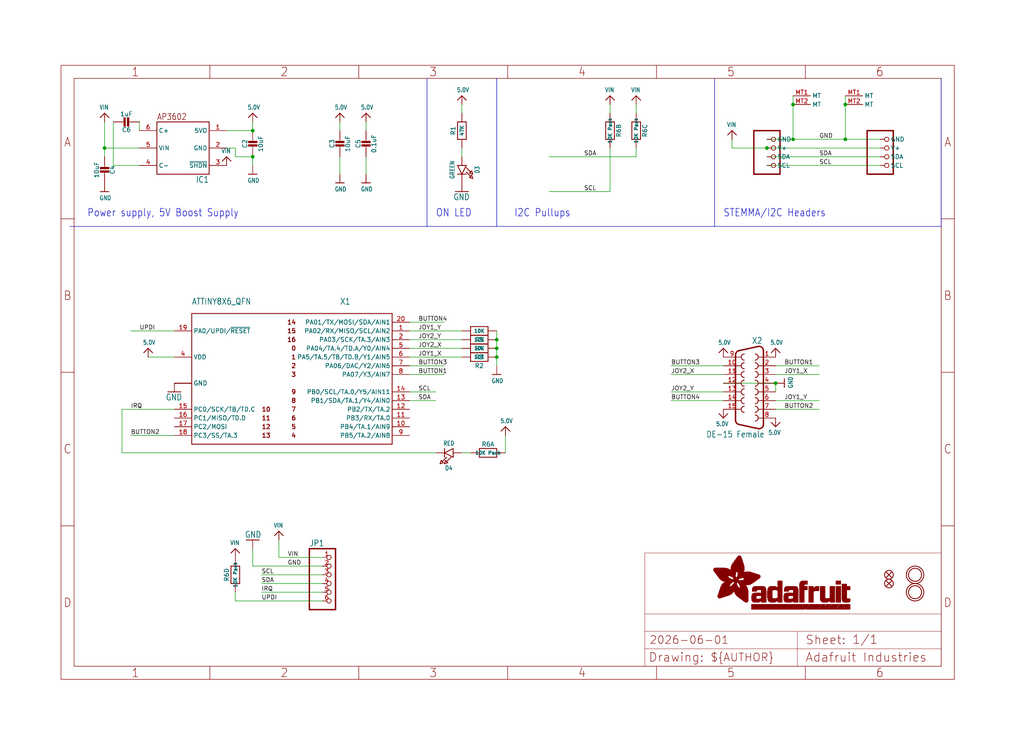
<source format=kicad_sch>
(kicad_sch (version 20230121) (generator eeschema)
  (paper "User" 298.45 217.322)
  (lib_symbols
    (symbol "working-eagle-import:5.0V" (power)
      (property "Value" "5.0V" (at -1.524 1.016 0))
      (symbol "5.0V_1_0"
        (pin power_in line (at 0 -2.54 90) (length 2.54) (name "5.0V") (number "1"))
      )
    )
    (symbol "working-eagle-import:AP3602"
      (property "Reference" "IC" (at -7.62 -10.16 0))
      (symbol "AP3602_1_0"
        (text "AP3602" (at 7.62 10.16 0) (effects (font (size 1.778 1.5113)) (justify right top)))
        (pin power_in line (at -12.7 5.08 0) (length 5.08) (name "5VO") (number "1"))
        (pin power_in line (at -12.7 0 0) (length 5.08) (name "GND") (number "2"))
        (pin input line (at -12.7 -5.08 0) (length 5.08) (name "~{SHDN}") (number "3"))
        (pin bidirectional line (at 12.7 -5.08 180) (length 5.08) (name "C-") (number "4"))
        (pin power_in line (at 12.7 0 180) (length 5.08) (name "VIN") (number "5"))
        (pin bidirectional line (at 12.7 5.08 180) (length 5.08) (name "C+") (number "6"))
      )
    )
    (symbol "working-eagle-import:ATTINY8X6_QFN"
      (property "Reference" "X" (at 12.7 25.4 0))
      (symbol "ATTINY8X6_QFN_1_0"
        (text "0" (at 0 12.7 0) (effects (font (size 1.27 1.27) (thickness 0.254) bold) (justify right)))
        (text "1" (at 0 10.16 0) (effects (font (size 1.27 1.27) (thickness 0.254) bold) (justify right)))
        (text "10" (at -10.16 -5.08 0) (effects (font (size 1.27 1.27) (thickness 0.254) bold) (justify left)))
        (text "11" (at -10.16 -7.62 0) (effects (font (size 1.27 1.27) (thickness 0.254) bold) (justify left)))
        (text "12" (at -10.16 -10.16 0) (effects (font (size 1.27 1.27) (thickness 0.254) bold) (justify left)))
        (text "13" (at -10.16 -12.7 0) (effects (font (size 1.27 1.27) (thickness 0.254) bold) (justify left)))
        (text "14" (at 0 20.32 0) (effects (font (size 1.27 1.27) (thickness 0.254) bold) (justify right)))
        (text "15" (at 0 17.78 0) (effects (font (size 1.27 1.27) (thickness 0.254) bold) (justify right)))
        (text "16" (at 0 15.24 0) (effects (font (size 1.27 1.27) (thickness 0.254) bold) (justify right)))
        (text "2" (at 0 7.62 0) (effects (font (size 1.27 1.27) (thickness 0.254) bold) (justify right)))
        (text "3" (at 0 5.08 0) (effects (font (size 1.27 1.27) (thickness 0.254) bold) (justify right)))
        (text "4" (at 0 -12.7 0) (effects (font (size 1.27 1.27) (thickness 0.254) bold) (justify right)))
        (text "5" (at 0 -10.16 0) (effects (font (size 1.27 1.27) (thickness 0.254) bold) (justify right)))
        (text "6" (at 0 -7.62 0) (effects (font (size 1.27 1.27) (thickness 0.254) bold) (justify right)))
        (text "7" (at 0 -5.08 0) (effects (font (size 1.27 1.27) (thickness 0.254) bold) (justify right)))
        (text "8" (at 0 -2.54 0) (effects (font (size 1.27 1.27) (thickness 0.254) bold) (justify right)))
        (text "9" (at 0 0 0) (effects (font (size 1.27 1.27) (thickness 0.254) bold) (justify right)))
        (pin bidirectional line (at 33.02 17.78 180) (length 5.08) (name "PA02/RX/MISO/SCL/AIN2") (number "1"))
        (pin bidirectional line (at 33.02 -10.16 180) (length 5.08) (name "PB4/TA.1/AIN9") (number "10"))
        (pin bidirectional line (at 33.02 -7.62 180) (length 5.08) (name "PB3/RX/TA.0") (number "11"))
        (pin bidirectional line (at 33.02 -5.08 180) (length 5.08) (name "PB2/TX/TA.2") (number "12"))
        (pin bidirectional line (at 33.02 -2.54 180) (length 5.08) (name "PB1/SDA/TA.1/Y4/AIN0") (number "13"))
        (pin bidirectional line (at 33.02 0 180) (length 5.08) (name "PB0/SCL/TA.0/Y5/AIN11") (number "14"))
        (pin bidirectional line (at -35.56 -5.08 0) (length 5.08) (name "PC0/SCK/TB/TD.C") (number "15"))
        (pin bidirectional line (at -35.56 -7.62 0) (length 5.08) (name "PC1/MISO/TD.D") (number "16"))
        (pin bidirectional line (at -35.56 -10.16 0) (length 5.08) (name "PC2/MOSI") (number "17"))
        (pin bidirectional line (at -35.56 -12.7 0) (length 5.08) (name "PC3/SS/TA.3") (number "18"))
        (pin bidirectional line (at -35.56 17.78 0) (length 5.08) (name "PA0/UPDI/~{RESET}") (number "19"))
        (pin bidirectional line (at 33.02 15.24 180) (length 5.08) (name "PA03/SCK/TA.3/AIN3") (number "2"))
        (pin bidirectional line (at 33.02 20.32 180) (length 5.08) (name "PA01/TX/MOSI/SDA/AIN1") (number "20"))
        (pin power_in line (at -35.56 2.54 0) (length 5.08) (name "GND") (number "3"))
        (pin power_in line (at -35.56 10.16 0) (length 5.08) (name "VDD") (number "4"))
        (pin bidirectional line (at 33.02 12.7 180) (length 5.08) (name "PA04/TA.4/TD.A/Y0/AIN4") (number "5"))
        (pin bidirectional line (at 33.02 10.16 180) (length 5.08) (name "PA5/TA.5/TB/TD.B/Y1/AIN5") (number "6"))
        (pin bidirectional line (at 33.02 7.62 180) (length 5.08) (name "PA06/DAC/Y2/AIN6") (number "7"))
        (pin bidirectional line (at 33.02 5.08 180) (length 5.08) (name "PA07/Y3/AIN7") (number "8"))
        (pin bidirectional line (at 33.02 -12.7 180) (length 5.08) (name "PB5/TA.2/AIN8") (number "9"))
        (pin power_in line (at -35.56 2.54 0) (length 5.08) (name "GND") (number "PAD"))
      )
    )
    (symbol "working-eagle-import:CAP_CERAMIC0603_NO"
      (property "Reference" "C" (at -2.29 1.25 90))
      (symbol "CAP_CERAMIC0603_NO_1_0"
        (pin passive line (at 0 5.08 270) (length 2.54) (name "1") (number "1"))
        (pin passive line (at 0 -2.54 90) (length 2.54) (name "2") (number "2"))
      )
    )
    (symbol "working-eagle-import:CAP_CERAMIC0805-NOOUTLINE"
      (property "Reference" "C" (at -2.29 1.25 90))
      (symbol "CAP_CERAMIC0805-NOOUTLINE_1_0"
        (pin passive line (at 0 5.08 270) (length 2.54) (name "1") (number "1"))
        (pin passive line (at 0 -2.54 90) (length 2.54) (name "2") (number "2"))
      )
    )
    (symbol "working-eagle-import:F15H"
      (property "Reference" "X" (at -3.81 11.43 0))
      (symbol "F15H_1_0"
        (pin passive line (at -7.62 7.62 0) (length 5.08) (name "1") (number "1"))
        (pin passive line (at 7.62 5.08 180) (length 5.08) (name "10") (number "10"))
        (pin passive line (at 7.62 2.54 180) (length 5.08) (name "11") (number "11"))
        (pin passive line (at 7.62 0 180) (length 5.08) (name "12") (number "12"))
        (pin passive line (at 7.62 -2.54 180) (length 5.08) (name "13") (number "13"))
        (pin passive line (at 7.62 -5.08 180) (length 5.08) (name "14") (number "14"))
        (pin passive line (at 7.62 -7.62 180) (length 5.08) (name "15") (number "15"))
        (pin passive line (at -7.62 5.08 0) (length 5.08) (name "2") (number "2"))
        (pin passive line (at -7.62 2.54 0) (length 5.08) (name "3") (number "3"))
        (pin passive line (at -7.62 0 0) (length 5.08) (name "4") (number "4"))
        (pin passive line (at -7.62 -2.54 0) (length 5.08) (name "5") (number "5"))
        (pin passive line (at -7.62 -5.08 0) (length 5.08) (name "6") (number "6"))
        (pin passive line (at -7.62 -7.62 0) (length 5.08) (name "7") (number "7"))
        (pin passive line (at -7.62 -10.16 0) (length 5.08) (name "8") (number "8"))
        (pin passive line (at 7.62 7.62 180) (length 5.08) (name "9") (number "9"))
      )
    )
    (symbol "working-eagle-import:FIDUCIAL_1MM")
    (symbol "working-eagle-import:FRAME_A4_ADAFRUIT"
      (symbol "FRAME_A4_ADAFRUIT_1_0"
        (text "${#}/${##}" (at 230.505 10.16 0) (effects (font (size 2.54 2.54)) (justify left bottom)))
        (text "${AUTHOR}" (at 189.23 5.08 0) (effects (font (size 2.286 2.286)) (justify left bottom)))
        (text "${CURRENT_DATE}" (at 171.45 10.16 0) (effects (font (size 2.286 2.286)) (justify left bottom)))
        (text "${PROJECTNAME}" (at 171.45 15.24 0) (effects (font (size 2.54 2.54)) (justify left bottom)))
        (text "1" (at 21.6958 1.905 0) (effects (font (size 2.54 2.286))))
        (text "1" (at 21.6958 177.165 0) (effects (font (size 2.54 2.286))))
        (text "2" (at 65.0875 1.905 0) (effects (font (size 2.54 2.286))))
        (text "2" (at 65.0875 177.165 0) (effects (font (size 2.54 2.286))))
        (text "3" (at 108.4792 1.905 0) (effects (font (size 2.54 2.286))))
        (text "3" (at 108.4792 177.165 0) (effects (font (size 2.54 2.286))))
        (text "4" (at 151.8708 1.905 0) (effects (font (size 2.54 2.286))))
        (text "4" (at 151.8708 177.165 0) (effects (font (size 2.54 2.286))))
        (text "5" (at 195.2625 1.905 0) (effects (font (size 2.54 2.286))))
        (text "5" (at 195.2625 177.165 0) (effects (font (size 2.54 2.286))))
        (text "6" (at 238.6542 1.905 0) (effects (font (size 2.54 2.286))))
        (text "6" (at 238.6542 177.165 0) (effects (font (size 2.54 2.286))))
        (text "A" (at 1.905 156.6863 0) (effects (font (size 2.54 2.286))))
        (text "A" (at 258.445 156.6863 0) (effects (font (size 2.54 2.286))))
        (text "Adafruit Industries" (at 216.916 4.953 0) (effects (font (size 2.54 2.54)) (justify left bottom)))
        (text "B" (at 1.905 111.9188 0) (effects (font (size 2.54 2.286))))
        (text "B" (at 258.445 111.9188 0) (effects (font (size 2.54 2.286))))
        (text "C" (at 1.905 67.1513 0) (effects (font (size 2.54 2.286))))
        (text "C" (at 258.445 67.1513 0) (effects (font (size 2.54 2.286))))
        (text "D" (at 1.905 22.3838 0) (effects (font (size 2.54 2.286))))
        (text "D" (at 258.445 22.3838 0) (effects (font (size 2.54 2.286))))
        (text "Drawing:" (at 171.196 4.953 0) (effects (font (size 2.54 2.54)) (justify left bottom)))
        (text "Sheet:" (at 216.916 10.033 0) (effects (font (size 2.54 2.54)) (justify left bottom)))
      )
    )
    (symbol "working-eagle-import:GND" (power)
      (property "Value" "GND" (at -1.524 -2.54 0))
      (symbol "GND_1_0"
        (pin power_in line (at 0 2.54 270) (length 2.54) (name "GND") (number "1"))
      )
    )
    (symbol "working-eagle-import:HEADER-1X670MIL"
      (property "Reference" "JP" (at -6.35 10.795 0))
      (symbol "HEADER-1X670MIL_1_0"
        (pin passive inverted (at -2.54 7.62 0) (length 2.54) (name "1") (number "1"))
        (pin passive inverted (at -2.54 5.08 0) (length 2.54) (name "2") (number "2"))
        (pin passive inverted (at -2.54 2.54 0) (length 2.54) (name "3") (number "3"))
        (pin passive inverted (at -2.54 0 0) (length 2.54) (name "4") (number "4"))
        (pin passive inverted (at -2.54 -2.54 0) (length 2.54) (name "5") (number "5"))
        (pin passive inverted (at -2.54 -5.08 0) (length 2.54) (name "6") (number "6"))
      )
    )
    (symbol "working-eagle-import:LED0603_NOOUTLINE"
      (property "Reference" "D" (at -1.27 4.445 0))
      (symbol "LED0603_NOOUTLINE_1_0"
        (pin passive line (at -5.08 0 0) (length 2.54) (name "A") (number "A"))
        (pin passive line (at 2.54 0 180) (length 2.54) (name "C") (number "C"))
      )
    )
    (symbol "working-eagle-import:MOUNTINGHOLE2.5")
    (symbol "working-eagle-import:RESISTOR_0603_NOOUT"
      (property "Reference" "R" (at 0 2.54 0))
      (symbol "RESISTOR_0603_NOOUT_1_0"
        (pin passive line (at -5.08 0 0) (length 2.54) (name "1") (number "1"))
        (pin passive line (at 5.08 0 180) (length 2.54) (name "2") (number "2"))
      )
    )
    (symbol "working-eagle-import:RESISTOR_4PACK"
      (property "Reference" "R" (at 0 2.54 0))
      (symbol "RESISTOR_4PACK_1_0"
        (pin passive line (at -5.08 0 0) (length 2.54) (name "1") (number "1"))
        (pin passive line (at 5.08 0 180) (length 2.54) (name "2") (number "8"))
      )
      (symbol "RESISTOR_4PACK_2_0"
        (pin passive line (at -5.08 0 0) (length 2.54) (name "1") (number "2"))
        (pin passive line (at 5.08 0 180) (length 2.54) (name "2") (number "7"))
      )
      (symbol "RESISTOR_4PACK_3_0"
        (pin passive line (at -5.08 0 0) (length 2.54) (name "1") (number "3"))
        (pin passive line (at 5.08 0 180) (length 2.54) (name "2") (number "6"))
      )
      (symbol "RESISTOR_4PACK_4_0"
        (pin passive line (at -5.08 0 0) (length 2.54) (name "1") (number "4"))
        (pin passive line (at 5.08 0 180) (length 2.54) (name "2") (number "5"))
      )
    )
    (symbol "working-eagle-import:STEMMA_I2C_QT"
      (symbol "STEMMA_I2C_QT_1_0"
        (pin passive inverted (at 0 5.08 0) (length 2.54) (name "GND") (number "1"))
        (pin passive inverted (at 0 2.54 0) (length 2.54) (name "V+") (number "2"))
        (pin passive inverted (at 0 0 0) (length 2.54) (name "SDA") (number "3"))
        (pin passive inverted (at 0 -2.54 0) (length 2.54) (name "SCL") (number "4"))
      )
      (symbol "STEMMA_I2C_QT_2_0"
        (pin bidirectional line (at 0 0 0) (length 5.08) (name "MT") (number "MT1"))
      )
      (symbol "STEMMA_I2C_QT_3_0"
        (pin bidirectional line (at 0 0 0) (length 5.08) (name "MT") (number "MT2"))
      )
    )
    (symbol "working-eagle-import:VIN" (power)
      (property "Value" "VIN" (at -1.524 1.016 0))
      (symbol "VIN_1_0"
        (pin power_in line (at 0 -2.54 90) (length 2.54) (name "VIN") (number "1"))
      )
    )
    (symbol "working-eagle-import:supply1_GND" (power)
      (property "Value" "supply1_GND" (at -2.54 -2.54 0))
      (symbol "supply1_GND_1_0"
        (pin power_in line (at 0 2.54 270) (length 2.54) (name "GND") (number "1"))
      )
    )
  )
  (junction (at 223.52 43.18))
  (junction (at 226.06 111.76))
  (junction (at 144.78 99.06))
  (junction (at 30.48 43.18))
  (junction (at 73.66 38.1))
  (junction (at 231.14 30.48))
  (junction (at 144.78 104.14))
  (junction (at 246.38 30.48))
  (junction (at 246.38 40.64))
  (junction (at 144.78 101.6))
  (junction (at 73.66 45.72))
  (junction (at 231.14 40.64))
  (wire (pts (xy 238.76 116.84) (xy 226.06 116.84)) (stroke (width 0.1524)))
  (wire (pts (xy 33.02 48.26) (xy 33.02 35.56)) (stroke (width 0.1524)))
  (wire (pts (xy 144.78 106.68) (xy 144.78 104.14)) (stroke (width 0.1524)))
  (wire (pts (xy 213.36 40.64) (xy 213.36 43.18)) (stroke (width 0.1524)))
  (polyline (pts (xy 144.78 66.04) (xy 208.28 66.04)) (stroke (width 0.1524) (type solid)))
  (wire (pts (xy 50.8 96.52) (xy 38.1 96.52)) (stroke (width 0.1524)))
  (wire (pts (xy 185.42 33.02) (xy 185.42 30.48)) (stroke (width 0.1524)))
  (wire (pts (xy 40.64 48.26) (xy 33.02 48.26)) (stroke (width 0.1524)))
  (wire (pts (xy 35.56 119.38) (xy 35.56 132.08)) (stroke (width 0.1524)))
  (wire (pts (xy 144.78 104.14) (xy 144.78 101.6)) (stroke (width 0.1524)))
  (wire (pts (xy 99.06 35.56) (xy 99.06 38.1)) (stroke (width 0.1524)))
  (polyline (pts (xy 20.32 66.04) (xy 124.46 66.04)) (stroke (width 0.1524) (type solid)))
  (wire (pts (xy 68.58 45.72) (xy 73.66 45.72)) (stroke (width 0.1524)))
  (wire (pts (xy 246.38 27.94) (xy 246.38 30.48)) (stroke (width 0.1524)))
  (wire (pts (xy 76.2 170.18) (xy 93.98 170.18)) (stroke (width 0.1524)))
  (wire (pts (xy 226.06 109.22) (xy 238.76 109.22)) (stroke (width 0.1524)))
  (wire (pts (xy 119.38 101.6) (xy 134.62 101.6)) (stroke (width 0.1524)))
  (wire (pts (xy 231.14 27.94) (xy 231.14 30.48)) (stroke (width 0.1524)))
  (wire (pts (xy 119.38 96.52) (xy 134.62 96.52)) (stroke (width 0.1524)))
  (wire (pts (xy 99.06 50.8) (xy 99.06 45.72)) (stroke (width 0.1524)))
  (wire (pts (xy 129.54 106.68) (xy 119.38 106.68)) (stroke (width 0.1524)))
  (wire (pts (xy 185.42 43.18) (xy 185.42 45.72)) (stroke (width 0.1524)))
  (wire (pts (xy 238.76 106.68) (xy 226.06 106.68)) (stroke (width 0.1524)))
  (wire (pts (xy 106.68 45.72) (xy 106.68 50.8)) (stroke (width 0.1524)))
  (wire (pts (xy 195.58 109.22) (xy 210.82 109.22)) (stroke (width 0.1524)))
  (polyline (pts (xy 274.32 22.86) (xy 274.32 66.04)) (stroke (width 0.1524) (type solid)))
  (wire (pts (xy 119.38 114.3) (xy 127 114.3)) (stroke (width 0.1524)))
  (wire (pts (xy 231.14 40.64) (xy 223.52 40.64)) (stroke (width 0.1524)))
  (wire (pts (xy 223.52 43.18) (xy 256.54 43.18)) (stroke (width 0.1524)))
  (wire (pts (xy 73.66 38.1) (xy 73.66 35.56)) (stroke (width 0.1524)))
  (polyline (pts (xy 124.46 22.86) (xy 124.46 66.04)) (stroke (width 0.1524) (type solid)))
  (wire (pts (xy 35.56 132.08) (xy 127 132.08)) (stroke (width 0.1524)))
  (wire (pts (xy 177.8 43.18) (xy 177.8 55.88)) (stroke (width 0.1524)))
  (wire (pts (xy 256.54 45.72) (xy 223.52 45.72)) (stroke (width 0.1524)))
  (wire (pts (xy 30.48 43.18) (xy 30.48 45.72)) (stroke (width 0.1524)))
  (wire (pts (xy 231.14 40.64) (xy 246.38 40.64)) (stroke (width 0.1524)))
  (wire (pts (xy 134.62 99.06) (xy 119.38 99.06)) (stroke (width 0.1524)))
  (wire (pts (xy 68.58 175.26) (xy 93.98 175.26)) (stroke (width 0.1524)))
  (wire (pts (xy 256.54 40.64) (xy 246.38 40.64)) (stroke (width 0.1524)))
  (wire (pts (xy 226.06 114.3) (xy 226.06 111.76)) (stroke (width 0.1524)))
  (wire (pts (xy 73.66 160.02) (xy 73.66 165.1)) (stroke (width 0.1524)))
  (wire (pts (xy 147.32 127) (xy 147.32 132.08)) (stroke (width 0.1524)))
  (wire (pts (xy 195.58 116.84) (xy 210.82 116.84)) (stroke (width 0.1524)))
  (wire (pts (xy 210.82 106.68) (xy 195.58 106.68)) (stroke (width 0.1524)))
  (wire (pts (xy 73.66 165.1) (xy 93.98 165.1)) (stroke (width 0.1524)))
  (wire (pts (xy 119.38 109.22) (xy 129.54 109.22)) (stroke (width 0.1524)))
  (wire (pts (xy 68.58 43.18) (xy 68.58 45.72)) (stroke (width 0.1524)))
  (wire (pts (xy 177.8 55.88) (xy 160.02 55.88)) (stroke (width 0.1524)))
  (wire (pts (xy 66.04 43.18) (xy 68.58 43.18)) (stroke (width 0.1524)))
  (polyline (pts (xy 208.28 66.04) (xy 274.32 66.04)) (stroke (width 0.1524) (type solid)))
  (wire (pts (xy 144.78 99.06) (xy 144.78 96.52)) (stroke (width 0.1524)))
  (wire (pts (xy 50.8 119.38) (xy 35.56 119.38)) (stroke (width 0.1524)))
  (wire (pts (xy 93.98 167.64) (xy 76.2 167.64)) (stroke (width 0.1524)))
  (wire (pts (xy 40.64 38.1) (xy 40.64 35.56)) (stroke (width 0.1524)))
  (wire (pts (xy 210.82 114.3) (xy 195.58 114.3)) (stroke (width 0.1524)))
  (wire (pts (xy 66.04 38.1) (xy 73.66 38.1)) (stroke (width 0.1524)))
  (wire (pts (xy 213.36 43.18) (xy 223.52 43.18)) (stroke (width 0.1524)))
  (wire (pts (xy 134.62 132.08) (xy 137.16 132.08)) (stroke (width 0.1524)))
  (wire (pts (xy 185.42 45.72) (xy 160.02 45.72)) (stroke (width 0.1524)))
  (wire (pts (xy 223.52 48.26) (xy 256.54 48.26)) (stroke (width 0.1524)))
  (polyline (pts (xy 144.78 22.86) (xy 144.78 66.04)) (stroke (width 0.1524) (type solid)))
  (wire (pts (xy 177.8 30.48) (xy 177.8 33.02)) (stroke (width 0.1524)))
  (polyline (pts (xy 208.28 22.86) (xy 208.28 66.04)) (stroke (width 0.1524) (type solid)))
  (wire (pts (xy 226.06 119.38) (xy 238.76 119.38)) (stroke (width 0.1524)))
  (wire (pts (xy 81.28 162.56) (xy 81.28 157.48)) (stroke (width 0.1524)))
  (wire (pts (xy 119.38 93.98) (xy 129.54 93.98)) (stroke (width 0.1524)))
  (wire (pts (xy 50.8 127) (xy 38.1 127)) (stroke (width 0.1524)))
  (wire (pts (xy 43.18 104.14) (xy 50.8 104.14)) (stroke (width 0.1524)))
  (wire (pts (xy 40.64 43.18) (xy 30.48 43.18)) (stroke (width 0.1524)))
  (wire (pts (xy 231.14 30.48) (xy 231.14 40.64)) (stroke (width 0.1524)))
  (wire (pts (xy 68.58 175.26) (xy 68.58 172.72)) (stroke (width 0.1524)))
  (wire (pts (xy 144.78 101.6) (xy 144.78 99.06)) (stroke (width 0.1524)))
  (wire (pts (xy 73.66 45.72) (xy 73.66 48.26)) (stroke (width 0.1524)))
  (wire (pts (xy 81.28 162.56) (xy 93.98 162.56)) (stroke (width 0.1524)))
  (wire (pts (xy 30.48 43.18) (xy 30.48 35.56)) (stroke (width 0.1524)))
  (wire (pts (xy 226.06 111.76) (xy 210.82 111.76)) (stroke (width 0.1524)))
  (wire (pts (xy 246.38 30.48) (xy 246.38 40.64)) (stroke (width 0.1524)))
  (wire (pts (xy 106.68 35.56) (xy 106.68 38.1)) (stroke (width 0.1524)))
  (wire (pts (xy 127 116.84) (xy 119.38 116.84)) (stroke (width 0.1524)))
  (wire (pts (xy 119.38 104.14) (xy 134.62 104.14)) (stroke (width 0.1524)))
  (wire (pts (xy 134.62 45.72) (xy 134.62 43.18)) (stroke (width 0.1524)))
  (wire (pts (xy 76.2 172.72) (xy 93.98 172.72)) (stroke (width 0.1524)))
  (wire (pts (xy 134.62 30.48) (xy 134.62 33.02)) (stroke (width 0.1524)))
  (polyline (pts (xy 124.46 66.04) (xy 144.78 66.04)) (stroke (width 0.1524) (type solid)))
  (text "ON LED" (at 127 63.5 0) (effects (font (size 2.1844 1.8567)) (justify left bottom)))
  (text "I2C Pullups" (at 149.86 63.5 0) (effects (font (size 2.1844 1.8567)) (justify left bottom)))
  (text "STEMMA/I2C Headers" (at 210.82 63.5 0) (effects (font (size 2.1844 1.8567)) (justify left bottom)))
  (text "Power supply, 5V Boost Supply" (at 25.4 63.5 0) (effects (font (size 2.1844 1.8567)) (justify left bottom)))
  (label "JOY2_Y" (at 121.92 99.06 0) (effects (font (size 1.2446 1.2446))))
  (label "JOY1_Y" (at 228.6 116.84 0) (effects (font (size 1.2446 1.2446))))
  (label "BUTTON3" (at 195.58 106.68 0) (effects (font (size 1.2446 1.2446))))
  (label "SDA" (at 76.2 170.18 0) (effects (font (size 1.2446 1.2446))))
  (label "JOY1_X" (at 121.92 104.14 0) (effects (font (size 1.2446 1.2446))))
  (label "UPDI" (at 40.64 96.52 0) (effects (font (size 1.2446 1.2446))))
  (label "IRQ" (at 76.2 172.72 0) (effects (font (size 1.2446 1.2446))))
  (label "SDA" (at 121.92 116.84 0) (effects (font (size 1.2446 1.2446))))
  (label "GND" (at 83.82 165.1 0) (effects (font (size 1.2446 1.2446))))
  (label "BUTTON4" (at 121.92 93.98 0) (effects (font (size 1.2446 1.2446))))
  (label "JOY2_X" (at 195.58 109.22 0) (effects (font (size 1.2446 1.2446))))
  (label "SCL" (at 76.2 167.64 0) (effects (font (size 1.2446 1.2446))))
  (label "GND" (at 238.76 40.64 0) (effects (font (size 1.2446 1.2446))))
  (label "JOY1_X" (at 228.6 109.22 0) (effects (font (size 1.2446 1.2446))))
  (label "JOY2_X" (at 121.92 101.6 0) (effects (font (size 1.2446 1.2446))))
  (label "IRQ" (at 38.1 119.38 0) (effects (font (size 1.2446 1.2446))))
  (label "UPDI" (at 76.2 175.26 0) (effects (font (size 1.2446 1.2446))))
  (label "VIN" (at 83.82 162.56 0) (effects (font (size 1.2446 1.2446))))
  (label "BUTTON1" (at 121.92 109.22 0) (effects (font (size 1.2446 1.2446))))
  (label "SCL" (at 121.92 114.3 0) (effects (font (size 1.2446 1.2446))))
  (label "JOY2_Y" (at 195.58 114.3 0) (effects (font (size 1.2446 1.2446))))
  (label "BUTTON1" (at 228.6 106.68 0) (effects (font (size 1.2446 1.2446))))
  (label "SCL" (at 170.18 55.88 0) (effects (font (size 1.2446 1.2446))))
  (label "JOY1_Y" (at 121.92 96.52 0) (effects (font (size 1.2446 1.2446))))
  (label "SDA" (at 238.76 45.72 0) (effects (font (size 1.2446 1.2446))))
  (label "BUTTON2" (at 228.6 119.38 0) (effects (font (size 1.2446 1.2446))))
  (label "SCL" (at 238.76 48.26 0) (effects (font (size 1.2446 1.2446))))
  (label "BUTTON3" (at 121.92 106.68 0) (effects (font (size 1.2446 1.2446))))
  (label "BUTTON2" (at 38.1 127 0) (effects (font (size 1.2446 1.2446))))
  (label "SDA" (at 170.18 45.72 0) (effects (font (size 1.2446 1.2446))))
  (label "BUTTON4" (at 195.58 116.84 0) (effects (font (size 1.2446 1.2446))))
  (symbol (lib_id "working-eagle-import:VIN") (at 81.28 154.94 0) (unit 1)
    (property "Reference" "#U$5" (effects hide))
    (property "Value" "VIN" (at 79.756 153.924 0) (effects (font (size 1.27 1.0795)) (justify left bottom)))
  )
  (symbol (lib_id "working-eagle-import:STEMMA_I2C_QT") (at 246.38 30.48 0) (unit 3)
    (property "Reference" "CONN4" (effects hide))
    (property "Value" "STEMMA_I2C_QT" (effects hide))
    (property "Footprint" "working:JST_SH4" (effects hide))
  )
  (symbol (lib_id "working-eagle-import:RESISTOR_4PACK") (at 68.58 167.64 90) (unit 4)
    (property "Reference" "R6" (at 66.04 167.64 0))
    (property "Value" "10K Pack" (at 68.58 167.64 0) (effects (font (size 1.016 1.016) bold)))
    (property "Footprint" "working:RESPACK_4X0603" (effects hide))
  )
  (symbol (lib_id "working-eagle-import:GND") (at 228.6 111.76 90) (unit 1)
    (property "Reference" "#U$26" (effects hide))
    (property "Value" "GND" (at 231.14 113.284 0) (effects (font (size 1.27 1.0795)) (justify left bottom)))
  )
  (symbol (lib_id "working-eagle-import:FIDUCIAL_1MM") (at 259.08 167.64 0) (unit 1)
    (property "Reference" "FID1" (effects hide))
    (property "Value" "FIDUCIAL_1MM" (effects hide))
    (property "Footprint" "working:FIDUCIAL_1MM" (effects hide))
  )
  (symbol (lib_id "working-eagle-import:STEMMA_I2C_QT") (at 231.14 27.94 0) (unit 2)
    (property "Reference" "CONN3" (effects hide))
    (property "Value" "STEMMA_I2C_QT" (effects hide))
    (property "Footprint" "working:JST_SH4" (effects hide))
  )
  (symbol (lib_id "working-eagle-import:MOUNTINGHOLE2.5") (at 266.7 167.64 0) (unit 1)
    (property "Reference" "U$18" (effects hide))
    (property "Value" "MOUNTINGHOLE2.5" (effects hide))
    (property "Footprint" "working:MOUNTINGHOLE_2.5_PLATED" (effects hide))
  )
  (symbol (lib_id "working-eagle-import:GND") (at 99.06 53.34 0) (unit 1)
    (property "Reference" "#U$13" (effects hide))
    (property "Value" "GND" (at 97.536 55.88 0) (effects (font (size 1.27 1.0795)) (justify left bottom)))
  )
  (symbol (lib_id "working-eagle-import:5.0V") (at 43.18 101.6 0) (unit 1)
    (property "Reference" "#U$21" (effects hide))
    (property "Value" "5.0V" (at 41.656 100.584 0) (effects (font (size 1.27 1.0795)) (justify left bottom)))
  )
  (symbol (lib_id "working-eagle-import:RESISTOR_0603_NOOUT") (at 139.7 104.14 180) (unit 1)
    (property "Reference" "R2" (at 139.7 106.68 0))
    (property "Value" "10K" (at 139.7 104.14 0) (effects (font (size 1.016 1.016) bold)))
    (property "Footprint" "working:0603-NO" (effects hide))
  )
  (symbol (lib_id "working-eagle-import:VIN") (at 177.8 27.94 0) (unit 1)
    (property "Reference" "#U$8" (effects hide))
    (property "Value" "VIN" (at 176.276 26.924 0) (effects (font (size 1.27 1.0795)) (justify left bottom)))
  )
  (symbol (lib_id "working-eagle-import:5.0V") (at 147.32 124.46 0) (unit 1)
    (property "Reference" "#U$27" (effects hide))
    (property "Value" "5.0V" (at 145.796 123.444 0) (effects (font (size 1.27 1.0795)) (justify left bottom)))
  )
  (symbol (lib_id "working-eagle-import:HEADER-1X670MIL") (at 96.52 170.18 0) (unit 1)
    (property "Reference" "JP1" (at 90.17 159.385 0) (effects (font (size 1.778 1.5113)) (justify left bottom)))
    (property "Value" "HEADER-1X670MIL" (effects hide))
    (property "Footprint" "working:1X06_ROUND_70" (effects hide))
  )
  (symbol (lib_id "working-eagle-import:RESISTOR_0603_NOOUT") (at 139.7 101.6 180) (unit 1)
    (property "Reference" "R3" (at 139.7 104.14 0))
    (property "Value" "10K" (at 139.7 101.6 0) (effects (font (size 1.016 1.016) bold)))
    (property "Footprint" "working:0603-NO" (effects hide))
  )
  (symbol (lib_id "working-eagle-import:F15H") (at 218.44 111.76 0) (mirror y) (unit 1)
    (property "Reference" "X2" (at 222.25 100.33 0) (effects (font (size 1.778 1.5113)) (justify left bottom)))
    (property "Value" "DE-15 Female" (at 222.885 127.635 0) (effects (font (size 1.778 1.5113)) (justify left bottom)))
    (property "Footprint" "working:F15H" (effects hide))
  )
  (symbol (lib_id "working-eagle-import:CAP_CERAMIC0603_NO") (at 106.68 43.18 0) (unit 1)
    (property "Reference" "C5" (at 104.39 41.93 90))
    (property "Value" "0.1uF" (at 108.98 41.93 90))
    (property "Footprint" "working:0603-NO" (effects hide))
  )
  (symbol (lib_id "working-eagle-import:CAP_CERAMIC0805-NOOUTLINE") (at 73.66 43.18 0) (unit 1)
    (property "Reference" "C2" (at 71.37 41.93 90))
    (property "Value" "10uF" (at 75.96 41.93 90))
    (property "Footprint" "working:0805-NO" (effects hide))
  )
  (symbol (lib_id "working-eagle-import:RESISTOR_0603_NOOUT") (at 139.7 96.52 180) (unit 1)
    (property "Reference" "R5" (at 139.7 99.06 0))
    (property "Value" "10K" (at 139.7 96.52 0) (effects (font (size 1.016 1.016) bold)))
    (property "Footprint" "working:0603-NO" (effects hide))
  )
  (symbol (lib_id "working-eagle-import:GND") (at 30.48 55.88 0) (unit 1)
    (property "Reference" "#U$16" (effects hide))
    (property "Value" "GND" (at 28.956 58.42 0) (effects (font (size 1.27 1.0795)) (justify left bottom)))
  )
  (symbol (lib_id "working-eagle-import:5.0V") (at 226.06 124.46 180) (unit 1)
    (property "Reference" "#U$25" (effects hide))
    (property "Value" "5.0V" (at 227.584 125.476 0) (effects (font (size 1.27 1.0795)) (justify left bottom)))
  )
  (symbol (lib_id "working-eagle-import:GND") (at 144.78 109.22 0) (unit 1)
    (property "Reference" "#U$29" (effects hide))
    (property "Value" "GND" (at 143.256 111.76 0) (effects (font (size 1.27 1.0795)) (justify left bottom)))
  )
  (symbol (lib_id "working-eagle-import:5.0V") (at 106.68 33.02 0) (unit 1)
    (property "Reference" "#U$2" (effects hide))
    (property "Value" "5.0V" (at 105.156 32.004 0) (effects (font (size 1.27 1.0795)) (justify left bottom)))
  )
  (symbol (lib_id "working-eagle-import:VIN") (at 68.58 160.02 0) (unit 1)
    (property "Reference" "#U$22" (effects hide))
    (property "Value" "VIN" (at 67.056 159.004 0) (effects (font (size 1.27 1.0795)) (justify left bottom)))
  )
  (symbol (lib_id "working-eagle-import:CAP_CERAMIC0805-NOOUTLINE") (at 99.06 43.18 0) (unit 1)
    (property "Reference" "C3" (at 96.77 41.93 90))
    (property "Value" "10uF" (at 101.36 41.93 90))
    (property "Footprint" "working:0805-NO" (effects hide))
  )
  (symbol (lib_id "working-eagle-import:MOUNTINGHOLE2.5") (at 266.7 172.72 0) (unit 1)
    (property "Reference" "U$6" (effects hide))
    (property "Value" "MOUNTINGHOLE2.5" (effects hide))
    (property "Footprint" "working:MOUNTINGHOLE_2.5_PLATED" (effects hide))
  )
  (symbol (lib_id "working-eagle-import:STEMMA_I2C_QT") (at 246.38 27.94 0) (unit 2)
    (property "Reference" "CONN4" (effects hide))
    (property "Value" "STEMMA_I2C_QT" (effects hide))
    (property "Footprint" "working:JST_SH4" (effects hide))
  )
  (symbol (lib_id "working-eagle-import:VIN") (at 66.04 45.72 0) (unit 1)
    (property "Reference" "#U$4" (effects hide))
    (property "Value" "VIN" (at 64.516 44.704 0) (effects (font (size 1.27 1.0795)) (justify left bottom)))
  )
  (symbol (lib_id "working-eagle-import:AP3602") (at 53.34 43.18 0) (mirror y) (unit 1)
    (property "Reference" "IC1" (at 60.96 53.34 0) (effects (font (size 1.778 1.5113)) (justify left bottom)))
    (property "Value" "AP3602" (effects hide))
    (property "Footprint" "working:SOT23-6" (effects hide))
  )
  (symbol (lib_id "working-eagle-import:supply1_GND") (at 73.66 157.48 180) (unit 1)
    (property "Reference" "#GND9" (effects hide))
    (property "Value" "GND" (at 76.2 154.94 0) (effects (font (size 1.778 1.5113)) (justify left bottom)))
  )
  (symbol (lib_id "working-eagle-import:supply1_GND") (at 50.8 114.3 0) (unit 1)
    (property "Reference" "#GND16" (effects hide))
    (property "Value" "GND" (at 48.26 116.84 0) (effects (font (size 1.778 1.5113)) (justify left bottom)))
  )
  (symbol (lib_id "working-eagle-import:5.0V") (at 210.82 101.6 0) (unit 1)
    (property "Reference" "#U$23" (effects hide))
    (property "Value" "5.0V" (at 209.296 100.584 0) (effects (font (size 1.27 1.0795)) (justify left bottom)))
  )
  (symbol (lib_id "working-eagle-import:5.0V") (at 99.06 33.02 0) (unit 1)
    (property "Reference" "#U$1" (effects hide))
    (property "Value" "5.0V" (at 97.536 32.004 0) (effects (font (size 1.27 1.0795)) (justify left bottom)))
  )
  (symbol (lib_id "working-eagle-import:FIDUCIAL_1MM") (at 259.08 170.18 0) (unit 1)
    (property "Reference" "FID2" (effects hide))
    (property "Value" "FIDUCIAL_1MM" (effects hide))
    (property "Footprint" "working:FIDUCIAL_1MM" (effects hide))
  )
  (symbol (lib_id "working-eagle-import:5.0V") (at 134.62 27.94 0) (unit 1)
    (property "Reference" "#U$3" (effects hide))
    (property "Value" "5.0V" (at 133.096 26.924 0) (effects (font (size 1.27 1.0795)) (justify left bottom)))
  )
  (symbol (lib_id "working-eagle-import:STEMMA_I2C_QT") (at 256.54 45.72 0) (unit 1)
    (property "Reference" "CONN4" (effects hide))
    (property "Value" "STEMMA_I2C_QT" (effects hide))
    (property "Footprint" "working:JST_SH4" (effects hide))
  )
  (symbol (lib_id "working-eagle-import:ATTINY8X6_QFN") (at 86.36 114.3 0) (unit 1)
    (property "Reference" "X1" (at 99.06 88.9 0) (effects (font (size 1.778 1.5113)) (justify left bottom)))
    (property "Value" "ATTINY8X6_QFN" (at 55.88 88.9 0) (effects (font (size 1.778 1.5113)) (justify left bottom)))
    (property "Footprint" "working:QFN20_3MM" (effects hide))
  )
  (symbol (lib_id "working-eagle-import:VIN") (at 185.42 27.94 0) (unit 1)
    (property "Reference" "#U$10" (effects hide))
    (property "Value" "VIN" (at 183.896 26.924 0) (effects (font (size 1.27 1.0795)) (justify left bottom)))
  )
  (symbol (lib_id "working-eagle-import:supply1_GND") (at 134.62 55.88 0) (unit 1)
    (property "Reference" "#GND13" (effects hide))
    (property "Value" "GND" (at 132.08 58.42 0) (effects (font (size 1.778 1.5113)) (justify left bottom)))
  )
  (symbol (lib_id "working-eagle-import:RESISTOR_4PACK") (at 142.24 132.08 0) (unit 1)
    (property "Reference" "R6" (at 142.24 129.54 0))
    (property "Value" "10K Pack" (at 142.24 132.08 0) (effects (font (size 1.016 1.016) bold)))
    (property "Footprint" "working:RESPACK_4X0603" (effects hide))
  )
  (symbol (lib_id "working-eagle-import:VIN") (at 213.36 38.1 0) (unit 1)
    (property "Reference" "#U$11" (effects hide))
    (property "Value" "VIN" (at 211.836 37.084 0) (effects (font (size 1.27 1.0795)) (justify left bottom)))
  )
  (symbol (lib_id "working-eagle-import:RESISTOR_4PACK") (at 177.8 38.1 270) (unit 2)
    (property "Reference" "R6" (at 180.34 38.1 0))
    (property "Value" "10K Pack" (at 177.8 38.1 0) (effects (font (size 1.016 1.016) bold)))
    (property "Footprint" "working:RESPACK_4X0603" (effects hide))
  )
  (symbol (lib_id "working-eagle-import:FRAME_A4_ADAFRUIT") (at 17.78 198.12 0) (unit 1)
    (property "Reference" "#U$28" (effects hide))
    (property "Value" "FRAME_A4_ADAFRUIT" (effects hide))
  )
  (symbol (lib_id "working-eagle-import:CAP_CERAMIC0603_NO") (at 38.1 35.56 90) (unit 1)
    (property "Reference" "C6" (at 36.85 37.85 90))
    (property "Value" "1uF" (at 36.85 33.26 90))
    (property "Footprint" "working:0603-NO" (effects hide))
  )
  (symbol (lib_id "working-eagle-import:LED0603_NOOUTLINE") (at 129.54 132.08 180) (unit 1)
    (property "Reference" "D4" (at 130.81 136.525 0) (effects (font (size 1.27 1.0795))))
    (property "Value" "RED" (at 130.81 129.286 0) (effects (font (size 1.27 1.0795))))
    (property "Footprint" "working:CHIPLED_0603_NOOUTLINE" (effects hide))
  )
  (symbol (lib_id "working-eagle-import:5.0V") (at 210.82 121.92 180) (unit 1)
    (property "Reference" "#U$24" (effects hide))
    (property "Value" "5.0V" (at 212.344 122.936 0) (effects (font (size 1.27 1.0795)) (justify left bottom)))
  )
  (symbol (lib_id "working-eagle-import:5.0V") (at 73.66 33.02 0) (unit 1)
    (property "Reference" "#U$19" (effects hide))
    (property "Value" "5.0V" (at 72.136 32.004 0) (effects (font (size 1.27 1.0795)) (justify left bottom)))
  )
  (symbol (lib_id "working-eagle-import:STEMMA_I2C_QT") (at 223.52 45.72 0) (unit 1)
    (property "Reference" "CONN3" (effects hide))
    (property "Value" "STEMMA_I2C_QT" (effects hide))
    (property "Footprint" "working:JST_SH4" (effects hide))
  )
  (symbol (lib_id "working-eagle-import:RESISTOR_0603_NOOUT") (at 139.7 99.06 180) (unit 1)
    (property "Reference" "R4" (at 139.7 101.6 0))
    (property "Value" "10K" (at 139.7 99.06 0) (effects (font (size 1.016 1.016) bold)))
    (property "Footprint" "working:0603-NO" (effects hide))
  )
  (symbol (lib_id "working-eagle-import:VIN") (at 30.48 33.02 0) (unit 1)
    (property "Reference" "#U$17" (effects hide))
    (property "Value" "VIN" (at 28.956 32.004 0) (effects (font (size 1.27 1.0795)) (justify left bottom)))
  )
  (symbol (lib_id "working-eagle-import:GND") (at 73.66 50.8 0) (unit 1)
    (property "Reference" "#U$15" (effects hide))
    (property "Value" "GND" (at 72.136 53.34 0) (effects (font (size 1.27 1.0795)) (justify left bottom)))
  )
  (symbol (lib_id "working-eagle-import:GND") (at 106.68 53.34 0) (unit 1)
    (property "Reference" "#U$14" (effects hide))
    (property "Value" "GND" (at 105.156 55.88 0) (effects (font (size 1.27 1.0795)) (justify left bottom)))
  )
  (symbol (lib_id "working-eagle-import:RESISTOR_0603_NOOUT") (at 134.62 38.1 90) (unit 1)
    (property "Reference" "R1" (at 132.08 38.1 0))
    (property "Value" "47K" (at 134.62 38.1 0) (effects (font (size 1.016 1.016) bold)))
    (property "Footprint" "working:0603-NO" (effects hide))
  )
  (symbol (lib_id "working-eagle-import:LED0603_NOOUTLINE") (at 134.62 50.8 270) (unit 1)
    (property "Reference" "D3" (at 139.065 49.53 0) (effects (font (size 1.27 1.0795))))
    (property "Value" "GREEN" (at 131.826 49.53 0) (effects (font (size 1.27 1.0795))))
    (property "Footprint" "working:CHIPLED_0603_NOOUTLINE" (effects hide))
  )
  (symbol (lib_id "working-eagle-import:RESISTOR_4PACK") (at 185.42 38.1 270) (unit 3)
    (property "Reference" "R6" (at 187.96 38.1 0))
    (property "Value" "10K Pack" (at 185.42 38.1 0) (effects (font (size 1.016 1.016) bold)))
    (property "Footprint" "working:RESPACK_4X0603" (effects hide))
  )
  (symbol (lib_id "working-eagle-import:CAP_CERAMIC0805-NOOUTLINE") (at 30.48 50.8 0) (mirror y) (unit 1)
    (property "Reference" "C4" (at 32.77 49.55 90))
    (property "Value" "10uF" (at 28.18 49.55 90))
    (property "Footprint" "working:0805-NO" (effects hide))
  )
  (symbol (lib_id "working-eagle-import:STEMMA_I2C_QT") (at 231.14 30.48 0) (unit 3)
    (property "Reference" "CONN3" (effects hide))
    (property "Value" "STEMMA_I2C_QT" (effects hide))
    (property "Footprint" "working:JST_SH4" (effects hide))
  )
  (symbol (lib_id "working-eagle-import:5.0V") (at 226.06 101.6 0) (unit 1)
    (property "Reference" "#U$9" (effects hide))
    (property "Value" "5.0V" (at 224.536 100.584 0) (effects (font (size 1.27 1.0795)) (justify left bottom)))
  )
)
</source>
